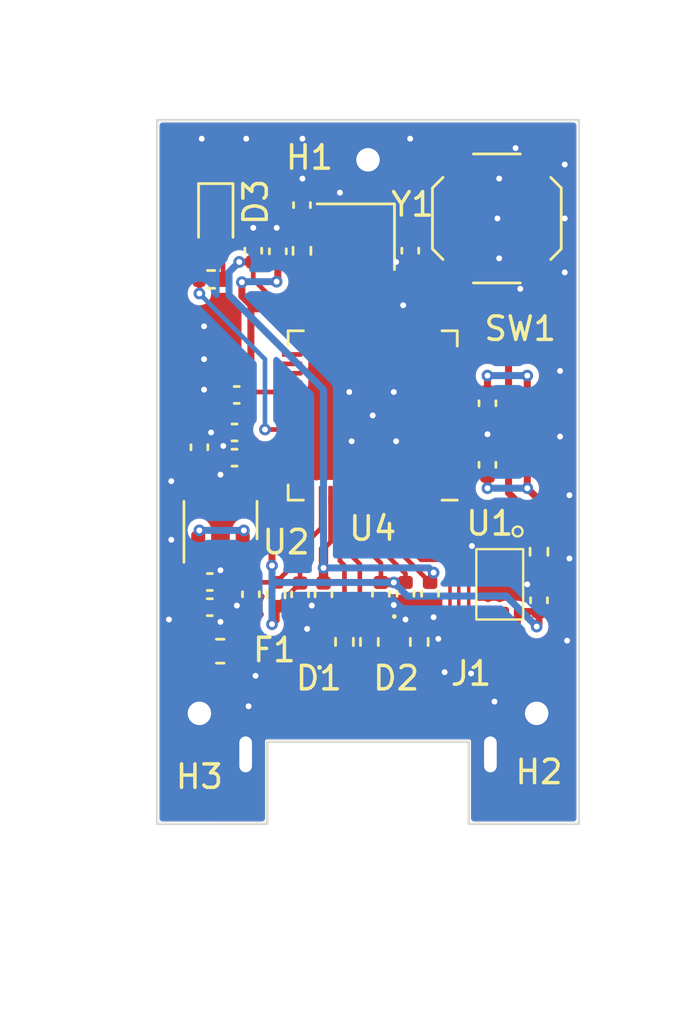
<source format=kicad_pcb>
(kicad_pcb (version 20221018) (generator pcbnew)
  (layers (0 "F.Cu" signal) (31 "B.Cu" signal) (34 "B.Paste" user) (35 "F.Paste" user) (36 "B.SilkS" user "B.Silkscreen") (37 "F.SilkS" user "F.Silkscreen") (38 "B.Mask" user) (39 "F.Mask" user) (44 "Edge.Cuts" user))
  (net 0 "")
  (net 1 "/+3.3V")
  (net 2 "GND")
  (net 5 "/+5V_USB")
  (net 6 "/D-")
  (net 7 "/D+")
  (net 8 "Net-(J1-A5-CC1)")
  (net 11 "/XIN")
  (net 12 "/XOUT")
  (net 13 "/DM")
  (net 14 "/DP")
  (net 15 "/QSPI_SD3")
  (net 16 "/+1.1V")
  (net 17 "Net-(C16-Pad1)")
  (net 18 "/QSPI_SCLK")
  (net 19 "/QSPI_SD0")
  (net 20 "/+5V_VIN")
  (net 21 "/3V_NR")
  (net 22 "/QSPI_SD2")
  (net 23 "/QSPI_SD1")
  (net 24 "/QSPI_SS_N")
  (net 25 "/ADC_VREF")
  (net 26 "Net-(D3-A)")
  (net 53 "/GPIO25")
  (net 58 "Net-(R6-Pad2)")
  (footprint "USON8:USON8-2x3mm-EP0.2x1.6mm" (layer "F.Cu") (at 105.625 104.8 -90)
    (fp_text reference "U1")
    (fp_text value "W25Q16JVUXIQ")
  )
  (footprint "TinyMountingHole:MountingHole-M1" (layer "F.Cu") (at 92.8 110.3)
    (fp_text reference "H3")
    (fp_text value "MountingHole_Pad")
  )
  (footprint "Package_DFN_QFN:QFN-56-1EP_7x7mm_P0.4mm_EP3.2x3.2mm" (layer "F.Cu") (at 100.2 97.6 180)
    (fp_text reference "U4")
    (fp_text value "RP2040")
  )
  (footprint "Capacitor_SMD:C_0402_1005Metric" (layer "F.Cu") (at 97.18 88.63 90)
    (fp_text reference "C16" hide)
    (fp_text value "C_0402_15pF_50V_C0G")
  )
  (footprint "Capacitor_SMD:C_0402_1005Metric" (layer "F.Cu") (at 94.3 98.325 180)
    (fp_text reference "C14" hide)
    (fp_text value "C_0402_100nF_16V_X7R")
  )
  (footprint "Diode_SMD:D_0402_1005Metric" (layer "F.Cu") (at 101.1226 107.26 -90)
    (fp_text reference "D2")
    (fp_text value "PESD0402-140 ")
  )
  (footprint "Capacitor_SMD:C_0402_1005Metric" (layer "F.Cu") (at 93.245 105.775)
    (fp_text reference "C2" hide)
    (fp_text value "C_0402_2.2uF_10V_X5R")
  )
  (footprint "TinyMountingHole:MountingHole-M1" (layer "F.Cu") (at 100 86.7)
    (fp_text reference "H1")
    (fp_text value "MountingHole_Pad")
  )
  (footprint "Resistor_SMD:R_0402_1005Metric" (layer "F.Cu") (at 102.187 107.255 90)
    (fp_text reference "R1" hide)
    (fp_text value "R_0402_5.1K_5%")
  )
  (footprint "Capacitor_SMD:C_0402_1005Metric" (layer "F.Cu") (at 93.245 104.7)
    (fp_text reference "C1" hide)
    (fp_text value "C_0402_2.2uF_10V_X5R")
  )
  (footprint "Capacitor_SMD:C_0402_1005Metric" (layer "F.Cu") (at 96.15 90.6 90)
    (fp_text reference "C15" hide)
    (fp_text value "C_0402_100nF_16V_X7R")
  )
  (footprint "SW_PUSH_1P1P_XKB_TS-1187A_W3D:SW_Push_1P1T_XKB_TS-1187A" (layer "F.Cu") (at 105.5 89.2 90)
    (fp_text reference "SW1")
    (fp_text value "TS-1187A-C-H-B")
  )
  (footprint "Resistor_SMD:R_0402_1005Metric" (layer "F.Cu") (at 96.075 105.225 -90)
    (fp_text reference "R4" hide)
    (fp_text value "R_0402_200_5%")
  )
  (footprint "Fuse:Fuse_0603_1608Metric" (layer "F.Cu") (at 93.6875 107.65 180)
    (fp_text reference "F1")
    (fp_text value "BSMD0603-020-16V")
  )
  (footprint "Capacitor_SMD:C_0402_1005Metric" (layer "F.Cu") (at 101.805 90.575 -90)
    (fp_text reference "C13" hide)
    (fp_text value "C_0402_15pF_50V_C0G")
  )
  (footprint "Capacitor_SMD:C_0402_1005Metric" (layer "F.Cu") (at 95.1 90.575 -90)
    (fp_text reference "C7" hide)
    (fp_text value "C_0402_22nF_50V_X7R")
  )
  (footprint "Resistor_SMD:R_0402_1005Metric" (layer "F.Cu") (at 107.3 103.41 90)
    (fp_text reference "R6" hide)
    (fp_text value "R_0402_1K_5%")
  )
  (footprint "Resistor_SMD:R_0402_1005Metric" (layer "F.Cu") (at 97.18 90.58 90)
    (fp_text reference "R5" hide)
    (fp_text value "R_0402_1K_5%")
  )
  (footprint "GT-USB-8016A:GT-USB-8016A" (layer "F.Cu") (at 100 110.19)
    (fp_text reference "J1")
    (fp_text value "GT-USB-8016A")
  )
  (footprint "Package_TO_SOT_SMD:SOT-23-5" (layer "F.Cu") (at 93.7 102.0625 90)
    (fp_text reference "U2")
    (fp_text value "RT9013-33GB")
  )
  (footprint "Capacitor_SMD:C_0402_1005Metric" (layer "F.Cu") (at 105.1 97.08 90)
    (fp_text reference "C8" hide)
    (fp_text value "C_0402_100nF_16V_X7R")
  )
  (footprint "Capacitor_SMD:C_0402_1005Metric" (layer "F.Cu") (at 98.1 105.225 90)
    (fp_text reference "C6" hide)
    (fp_text value "C_0402_2.2uF_10V_X5R")
  )
  (footprint "Capacitor_SMD:C_0402_1005Metric" (layer "F.Cu") (at 97.1 105.225 -90)
    (fp_text reference "C10" hide)
    (fp_text value "C_0402_2.2uF_10V_X5R")
  )
  (footprint "Resistor_SMD:R_0402_1005Metric" (layer "F.Cu") (at 98.9938 107.255 90)
    (fp_text reference "R3" hide)
    (fp_text value "R_0402_27_5%")
  )
  (footprint "Capacitor_SMD:C_0402_1005Metric" (layer "F.Cu") (at 95 105.225 -90)
    (fp_text reference "C9" hide)
    (fp_text value "C_0402_2.2uF_10V_X5R")
  )
  (footprint "TinyMountingHole:MountingHole-M1" (layer "F.Cu") (at 107.2 110.3)
    (fp_text reference "H2")
    (fp_text value "MountingHole_Pad")
  )
  (footprint "Capacitor_SMD:C_0402_1005Metric" (layer "F.Cu") (at 107.3 105.48 -90)
    (fp_text reference "C3" hide)
    (fp_text value "C_0402_1uF_10V_X7R")
  )
  (footprint "Capacitor_SMD:C_0402_1005Metric" (layer "F.Cu") (at 94.3 99.4 180)
    (fp_text reference "C4" hide)
    (fp_text value "C_0402_100nF_16V_X7R")
  )
  (footprint "Capacitor_SMD:C_0402_1005Metric" (layer "F.Cu") (at 94.395 96.725 180)
    (fp_text reference "C12" hide)
    (fp_text value "C_0402_100nF_16V_X7R")
  )
  (footprint "Capacitor_SMD:C_0402_1005Metric" (layer "F.Cu") (at 105.1 99.705 90)
    (fp_text reference "C11" hide)
    (fp_text value "C_0402_100nF_16V_X7R")
  )
  (footprint "Crystal:Crystal_SMD_2520-4Pin_2.5x2.0mm" (layer "F.Cu") (at 99.48 89.98 180)
    (fp_text reference "Y1")
    (fp_text value "X322512MMB4SI")
  )
  (footprint "Resistor_SMD:R_0402_1005Metric" (layer "F.Cu") (at 100.0582 107.255 90)
    (fp_text reference "R2" hide)
    (fp_text value "R_0402_27_5%")
  )
  (footprint "Capacitor_SMD:C_0402_1005Metric" (layer "F.Cu") (at 102.65 105.2 -90)
    (fp_text reference "C17" hide)
    (fp_text value "C_0402_22nF_50V_X7R")
  )
  (footprint "Capacitor_SMD:C_0402_1005Metric" (layer "F.Cu") (at 92.8 98.955 90)
    (fp_text reference "C5" hide)
    (fp_text value "C_0402_2.2uF_10V_X5R")
  )
  (footprint "Capacitor_SMD:C_0402_1005Metric" (layer "F.Cu") (at 101.6 105.2 -90)
    (fp_text reference "C18" hide)
    (fp_text value "C_0402_100nF_16V_X7R")
  )
  (footprint "Diode_SMD:D_0402_1005Metric" (layer "F.Cu") (at 97.9294 107.255 90)
    (fp_text reference "D1")
    (fp_text value "PESD0402-140 ")
  )
  (footprint "LED_SMD:LED_0603_1608Metric" (layer "F.Cu") (at 93.5 89.2 -90)
    (fp_text reference "D3")
    (fp_text value "NCD0603G1")
  )
  (footprint "Resistor_SMD:R_0402_1005Metric" (layer "F.Cu") (at 93.3 91.8)
    (fp_text reference "R7" hide)
    (fp_text value "R_0402_470_5%")
  )
  (footprint "Capacitor_SMD:C_0402_1005Metric" (layer "F.Cu") (at 100.55 105.2 90)
    (fp_text reference "C19" hide)
    (fp_text value "C_0402_2.2uF_10V_X5R")
  )
  (gr_line locked (start 104.3 111.51) (end 104.3 115.01) (stroke (width 0.1)) (layer "Edge.Cuts"))
  (gr_line locked (start 91 115.01) (end 91 85.01) (stroke (width 0.1)) (layer "Edge.Cuts"))
  (gr_line locked (start 91 85.01) (end 109 85.01) (stroke (width 0.1)) (layer "Edge.Cuts"))
  (gr_line locked (start 109 115.01) (end 104.3 115.01) (stroke (width 0.1)) (layer "Edge.Cuts"))
  (gr_line locked (start 91 115.01) (end 95.7 115.01) (stroke (width 0.1)) (layer "Edge.Cuts"))
  (gr_line locked (start 109 85.01) (end 109 115.01) (stroke (width 0.1)) (layer "Edge.Cuts"))
  (gr_line locked (start 95.7 111.51) (end 104.3 111.51) (stroke (width 0.1)) (layer "Edge.Cuts"))
  (gr_line locked (start 95.7 115.01) (end 95.7 111.51) (stroke (width 0.1)) (layer "Edge.Cuts"))
  (segment (start 98.1 93.1) (end 95.2 93.1) (width 0.2) (layer "F.Cu") (net 1))
  (segment (start 94.614513 92.514513) (end 95 92.9) (width 0.3) (layer "F.Cu") (net 1))
  (segment (start 107.3 106.5) (end 107.2 106.6) (width 0.3) (layer "F.Cu") (net 1))
  (segment (start 103.6375 100.2) (end 105.085 100.2) (width 0.2) (layer "F.Cu") (net 1))
  (segment (start 99.6 101.0375) (end 99.6 102.95) (width 0.2) (layer "F.Cu") (net 1))
  (segment (start 96.7625 100.2) (end 96 100.2) (width 0.2) (layer "F.Cu") (net 1))
  (segment (start 100 101.0375) (end 100 102.75) (width 0.2) (layer "F.Cu") (net 1))
  (segment (start 94.8 98.4) (end 94.865 98.335) (width 0.3) (layer "F.Cu") (net 1))
  (segment (start 100.55 103.9) (end 100.55 104.72) (width 0.2) (layer "F.Cu") (net 1))
  (segment (start 107.74 105.96) (end 107.92 105.78) (width 0.3) (layer "F.Cu") (net 1))
  (segment (start 96.075 105.735) (end 96.075 106.325) (width 0.3) (layer "F.Cu") (net 1))
  (segment (start 98.9 92.2) (end 97.27 92.2) (width 0.2) (layer "F.Cu") (net 1))
  (segment (start 94.875 97.325) (end 94.875 96.725) (width 0.3) (layer "F.Cu") (net 1))
  (segment (start 101.6 104.35) (end 101.6 104.72) (width 0.2) (layer "F.Cu") (net 1))
  (segment (start 106.8 100.7) (end 106.8 95.9) (width 0.3) (layer "F.Cu") (net 1))
  (segment (start 92.335 99.435) (end 92.075 99.175) (width 0.3) (layer "F.Cu") (net 1))
  (segment (start 98 101.0375) (end 98 102.4) (width 0.2) (layer "F.Cu") (net 1))
  (segment (start 96.075 105.735) (end 96.11 105.735) (width 0.2) (layer "F.Cu") (net 1))
  (segment (start 95.2 93.1) (end 95 92.9) (width 0.2) (layer "F.Cu") (net 1))
  (segment (start 92.375 97.475) (end 94.725 97.475) (width 0.3) (layer "F.Cu") (net 1))
  (segment (start 100 94.1625) (end 100 93.3) (width 0.2) (layer "F.Cu") (net 1))
  (segment (start 96.11 105.735) (end 97.1 104.745) (width 0.2) (layer "F.Cu") (net 1))
  (segment (start 107.3 105.96) (end 106.615 105.96) (width 0.3) (layer "F.Cu") (net 1))
  (segment (start 96.075 106.325) (end 95.9 106.5) (width 0.3) (layer "F.Cu") (net 1))
  (segment (start 107.92 105.78) (end 107.92 101.82) (width 0.3) (layer "F.Cu") (net 1))
  (segment (start 95.5 99.7) (end 95.75 99.95) (width 0.3) (layer "F.Cu") (net 1))
  (segment (start 95.5 102.1) (end 95.9 102.5) (width 0.3) (layer "F.Cu") (net 1))
  (segment (start 105.1 100.185) (end 105.1 100.7) (width 0.3) (layer "F.Cu") (net 1))
  (segment (start 99.6 102.95) (end 100.55 103.9) (width 0.2) (layer "F.Cu") (net 1))
  (segment (start 92.8 99.435) (end 92.335 99.435) (width 0.3) (layer "F.Cu") (net 1))
  (segment (start 98.4 94.1625) (end 98.4 93.4) (width 0.2) (layer "F.Cu") (net 1))
  (segment (start 92.075 99.175) (end 92.075 97.775) (width 0.3) (layer "F.Cu") (net 1))
  (segment (start 98.4 93.4) (end 98.1 93.1) (width 0.2) (layer "F.Cu") (net 1))
  (segment (start 92.75 100.925) (end 92.75 99.485) (width 0.3) (layer "F.Cu") (net 1))
  (segment (start 95 96.6) (end 95 92.9) (width 0.3) (layer "F.Cu") (net 1))
  (segment (start 107.92 101.82) (end 106.8 100.7) (width 0.3) (layer "F.Cu") (net 1))
  (segment (start 105.1 96.6) (end 105.1 95.9) (width 0.3) (layer "F.Cu") (net 1))
  (segment (start 106.615 105.96) (end 106.375 106.2) (width 0.3) (layer "F.Cu") (net 1))
  (segment (start 92.075 97.775) (end 92.375 97.475) (width 0.3) (layer "F.Cu") (net 1))
  (segment (start 96 100.2) (end 95.75 99.95) (width 0.2) (layer "F.Cu") (net 1))
  (segment (start 98 102.4) (end 97.1 103.3) (width 0.2) (layer "F.Cu") (net 1))
  (segment (start 96.7625 96.6) (end 95 96.6) (width 0.2) (layer "F.Cu") (net 1))
  (segment (start 92.75 99.485) (end 92.8 99.435) (width 0.3) (layer "F.Cu") (net 1))
  (segment (start 95 96.6) (end 94.875 96.725) (width 0.2) (layer "F.Cu") (net 1))
  (segment (start 94.78 98.325) (end 94.825 98.325) (width 0.3) (layer "F.Cu") (net 1))
  (segment (start 94.725 97.475) (end 94.865 97.615) (width 0.3) (layer "F.Cu") (net 1))
  (segment (start 94.614513 91.917488) (end 94.614513 92.514513) (width 0.3) (layer "F.Cu") (net 1))
  (segment (start 105.085 100.2) (end 105.1 100.185) (width 0.2) (layer "F.Cu") (net 1))
  (segment (start 100 93.3) (end 98.9 92.2) (width 0.2) (layer "F.Cu") (net 1))
  (segment (start 101.6 104.72) (end 100.55 104.72) (width 0.4) (layer "F.Cu") (net 1))
  (segment (start 103.6375 96.6) (end 105.1 96.6) (width 0.2) (layer "F.Cu") (net 1))
  (segment (start 95.5 99) (end 95.5 99.5) (width 0.3) (layer "F.Cu") (net 1))
  (segment (start 107.3 105.96) (end 107.3 106.5) (width 0.3) (layer "F.Cu") (net 1))
  (segment (start 94.865 98.335) (end 94.865 97.615) (width 0.3) (layer "F.Cu") (net 1))
  (segment (start 94.78 98.38) (end 94.8 98.4) (width 0.3) (layer "F.Cu") (net 1))
  (segment (start 95.9 102.5) (end 95.9 104) (width 0.3) (layer "F.Cu") (net 1))
  (segment (start 100 102.75) (end 101.6 104.35) (width 0.2) (layer "F.Cu") (net 1))
  (segment (start 97.27 92.2) (end 96.15 91.08) (width 0.2) (layer "F.Cu") (net 1))
  (segment (start 97.1 103.3) (end 97.1 104.745) (width 0.2) (layer "F.Cu") (net 1))
  (segment (start 107.3 105.96) (end 107.74 105.96) (width 0.3) (layer "F.Cu") (net 1))
  (segment (start 95.5 99.5) (end 95.5 99.7) (width 0.3) (layer "F.Cu") (net 1))
  (segment (start 94.725 97.475) (end 94.875 97.325) (width 0.3) (layer "F.Cu") (net 1))
  (segment (start 94.825 98.325) (end 95.5 99) (width 0.3) (layer "F.Cu") (net 1))
  (segment (start 94.78 98.325) (end 94.78 98.38) (width 0.3) (layer "F.Cu") (net 1))
  (segment (start 96.15 91.08) (end 96.15 91.8436) (width 0.3) (layer "F.Cu") (net 1))
  (segment (start 95.5 99.5) (end 95.5 102.1) (width 0.3) (layer "F.Cu") (net 1))
  (segment (start 96.15 91.8436) (end 96.0968 91.8968) (width 0.3) (layer "F.Cu") (net 1))
  (via (at 107.2 106.6) (size 0.5) (drill 0.25) (layers "F.Cu" "B.Cu") (net 1))
  (via (at 105.1 100.7) (size 0.5) (drill 0.25) (layers "F.Cu" "B.Cu") (net 1))
  (via (at 96.0968 91.8968) (size 0.5) (drill 0.25) (layers "F.Cu" "B.Cu") (net 1))
  (via (at 106.8 95.9) (size 0.5) (drill 0.25) (layers "F.Cu" "B.Cu") (net 1))
  (via (at 95.9 104) (size 0.5) (drill 0.25) (layers "F.Cu" "B.Cu") (net 1))
  (via (at 101.1 104.72) (size 0.5) (drill 0.25) (layers "F.Cu" "B.Cu") (net 1))
  (via (at 95.9 106.5) (size 0.5) (drill 0.25) (layers "F.Cu" "B.Cu") (net 1))
  (via (at 94.614513 91.917488) (size 0.5) (drill 0.25) (layers "F.Cu" "B.Cu") (net 1))
  (via (at 106.8 100.7) (size 0.5) (drill 0.25) (layers "F.Cu" "B.Cu") (net 1))
  (via (at 105.1 95.9) (size 0.5) (drill 0.25) (layers "F.Cu" "B.Cu") (net 1))
  (segment (start 105.9 105.3) (end 107.2 106.6) (width 0.3) (layer "B.Cu") (net 1))
  (segment (start 106.8 95.9) (end 105.1 95.9) (width 0.3) (layer "B.Cu") (net 1))
  (segment (start 101.68 105.3) (end 105.9 105.3) (width 0.3) (layer "B.Cu") (net 1))
  (segment (start 101.1 104.72) (end 101.68 105.3) (width 0.3) (layer "B.Cu") (net 1))
  (segment (start 101.1 104.72) (end 95.98 104.72) (width 0.3) (layer "B.Cu") (net 1))
  (segment (start 94.635201 91.8968) (end 96.0968 91.8968) (width 0.3) (layer "B.Cu") (net 1))
  (segment (start 95.9 104) (end 95.9 104.8) (width 0.3) (layer "B.Cu") (net 1))
  (segment (start 106.8 100.7) (end 105.1 100.7) (width 0.3) (layer "B.Cu") (net 1))
  (segment (start 95.98 104.72) (end 95.9 104.8) (width 0.3) (layer "B.Cu") (net 1))
  (segment (start 96.1 91.9) (end 96.0968 91.8968) (width 0.3) (layer "B.Cu") (net 1))
  (segment (start 94.614513 91.917488) (end 94.635201 91.8968) (width 0.3) (layer "B.Cu") (net 1))
  (segment (start 95.9 104.8) (end 95.9 106.5) (width 0.3) (layer "B.Cu") (net 1))
  (segment (start 102.187 106.745) (end 101.725 106.745) (width 0.4) (layer "F.Cu") (net 2))
  (segment (start 95 105.705) (end 93.795 105.705) (width 0.3) (layer "F.Cu") (net 2))
  (segment (start 93.7 106.4) (end 93.725 106.375) (width 0.3) (layer "F.Cu") (net 2))
  (segment (start 105.225 110.95) (end 105.225 112.05) (width 0.6) (layer "F.Cu") (net 2))
  (segment (start 95.1 90.095) (end 95.1 89.6) (width 0.3) (layer "F.Cu") (net 2))
  (segment (start 100.73 91.055) (end 100.355 90.68) (width 0.3) (layer "F.Cu") (net 2))
  (segment (start 105.6 104.8) (end 105.625 104.8) (width 0.3) (layer "F.Cu") (net 2))
  (segment (start 93.82 98.325) (end 92.95 98.325) (width 0.3) (layer "F.Cu") (net 2))
  (segment (start 103 108.275) (end 103 107.125) (width 0.4) (layer "F.Cu") (net 2))
  (segment (start 107.375 86.2) (end 107.375 92.2) (width 0.6) (layer "F.Cu") (net 2))
  (segment (start 104.671046 103.4) (end 104.435523 103.164477) (width 0.3) (layer "F.Cu") (net 2))
  (segment (start 103.27 110.19) (end 103.27 108.545) (width 0.4) (layer "F.Cu") (net 2))
  (segment (start 101.6 105.68) (end 101.6 106.62) (width 0.4) (layer "F.Cu") (net 2))
  (segment (start 104.465 110.19) (end 105.225 110.95) (width 0.6) (layer "F.Cu") (net 2))
  (segment (start 98.1 105.705) (end 97.1 105.705) (width 0.4) (layer "F.Cu") (net 2))
  (segment (start 107.4 86.2) (end 106.3 86.2) (width 0.6) (layer "F.Cu") (net 2))
  (segment (start 95.9 110.19) (end 95.09 110.19) (width 0.3) (layer "F.Cu") (net 2))
  (segment (start 102.65 105.68) (end 102.65 106.05) (width 0.3) (layer "F.Cu") (net 2))
  (segment (start 104.18 108.82) (end 104.4 108.6) (width 0.3) (layer "F.Cu") (net 2))
  (segment (start 93.7 104.675) (end 93.725 104.7) (width 0.3) (layer "F.Cu") (net 2))
  (segment (start 102.62 106.745) (end 102.187 106.745) (width 0.4) (layer "F.Cu") (net 2))
  (segment (start 95.125 90.12) (end 95.1 90.095) (width 0.3) (layer "F.Cu") (net 2))
  (segment (start 95.9 110.19) (end 95.9 109.4) (width 0.3) (layer "F.Cu") (net 2))
  (segment (start 101.2 94.1625) (end 101.2 96.6) (width 0.2) (layer "F.Cu") (net 2))
  (segment (start 104.18 110.19) (end 105.01 110.19) (width 0.3) (layer "F.Cu") (net 2))
  (segment (start 96.15 90.12) (end 96.15 89.65) (width 0.3) (layer "F.Cu") (net 2))
  (segment (start 95.9 109.4) (end 95.2 108.7) (width 0.3) (layer "F.Cu") (net 2))
  (segment (start 97.18 87.52) (end 97.2 87.5) (width 0.3) (layer "F.Cu") (net 2))
  (segment (start 104.875 103.4) (end 104.875 104.075) (width 0.3) (layer "F.Cu") (net 2))
  (segment (start 93.82 100.005) (end 93.82 99.4) (width 0.3) (layer "F.Cu") (net 2))
  (segment (start 101.2 93.2) (end 101.5 92.9) (width 0.2) (layer "F.Cu") (net 2))
  (segment (start 97.18 88.15) (end 97.18 87.52) (width 0.3) (layer "F.Cu") (net 2))
  (segment (start 97.18 88.15) (end 98.05 88.15) (width 0.2) (layer "F.Cu") (net 2))
  (segment (start 107.4 92.2) (end 106.5 92.2) (width 0.6) (layer "F.Cu") (net 2))
  (segment (start 105.01 110.19) (end 105.4 109.8) (width 0.3) (layer "F.Cu") (net 2))
  (segment (start 94.775 112.05) (end 94.775 111.315) (width 0.4) (layer "F.Cu") (net 2))
  (segment (start 93.795 105.705) (end 93.725 105.775) (width 0.3) (layer "F.Cu") (net 2))
  (segment (start 93.7 103.2) (end 93.7 100.125) (width 0.3) (layer "F.Cu") (net 2))
  (segment (start 93.725 104.7) (end 93.725 105.775) (width 0.3) (layer "F.Cu") (net 2))
  (segment (start 93.915 96.725) (end 93.225 96.725) (width 0.4) (layer "F.Cu") (net 2))
  (segment (start 93.225 96.725) (end 93 96.5) (width 0.4) (layer "F.Cu") (net 2))
  (segment (start 103 107.125) (end 102.62 106.745) (width 0.4) (layer "F.Cu") (net 2))
  (segment (start 102.65 106.05) (end 102.8 106.2) (width 0.3) (layer "F.Cu") (net 2))
  (segment (start 93.725 106.375) (end 93.725 105.775) (width 0.3) (layer "F.Cu") (net 2))
  (segment (start 104.875 103.4) (end 104.671046 103.4) (width 0.3) (layer "F.Cu") (net 2))
  (segment (start 93.7 103.2) (end 93.7 104.675) (width 0.3) (layer "F.Cu") (net 2))
  (segment (start 97.9294 105.8756) (end 98.1 105.705) (width 0.4) (layer "F.Cu") (net 2))
  (segment (start 97.9294 106.77) (end 97.47 106.77) (width 0.3) (layer "F.Cu") (net 2))
  (segment (start 103.27 108.545) (end 103 108.275) (width 0.4) (layer "F.Cu") (net 2))
  (segment (start 98.05 88.15) (end 98.605 88.705) (width 0.2) (layer "F.Cu") (net 2))
  (segment (start 93.82 98.325) (end 93.843866 98.325) (width 0.3) (layer "F.Cu") (net 2))
  (segment (start 101.2 94.1625) (end 101.2 93.2) (width 0.2) (layer "F.Cu") (net 2))
  (segment (start 104.18 110.19) (end 104.18 108.82) (width 0.3) (layer "F.Cu") (net 2))
  (segment (start 96.15 89.65) (end 96.1 89.6) (width 0.3) (layer "F.Cu") (net 2))
  (segment (start 95.09 110.19) (end 94.9 110) (width 0.3) (layer "F.Cu") (net 2))
  (segment (start 104.875 104.075) (end 105.6 104.8) (width 0.3) (layer "F.Cu") (net 2))
  (segment (start 101.805 91.055) (end 100.73 91.055) (width 0.3) (layer "F.Cu") (net 2))
  (segment (start 104.18 110.19) (end 104.465 110.19) (width 0.4) (layer "F.Cu") (net 2))
  (segment (start 94.775 111.315) (end 95.9 110.19) (width 0.6) (layer "F.Cu") (net 2))
  (segment (start 104.18 110.19) (end 103.27 110.19) (width 0.4) (layer "F.Cu") (net 2))
  (segment (start 98.605 88.705) (end 98.605 89.28) (width 0.2) (layer "F.Cu") (net 2))
  (segment (start 96.15 90.12) (end 95.125 90.12) (width 0.3) (layer "F.Cu") (net 2))
  (segment (start 105.1 97.56) (end 105.1 99.225) (width 0.3) (layer "F.Cu") (net 2))
  (segment (start 93.7 100.125) (end 93.82 100.005) (width 0.3) (layer "F.Cu") (net 2))
  (segment (start 97.47 106.77) (end 97.4 106.7) (width 0.3) (layer "F.Cu") (net 2))
  (segment (start 101.6 106.62) (end 101.725 106.745) (width 0.4) (layer "F.Cu") (net 2))
  (segment (start 105.625 104.8) (end 107.1 104.8) (width 0.3) (layer "F.Cu") (net 2))
  (segment (start 98.605 88.295) (end 98.8 88.1) (width 0.3) (layer "F.Cu") (net 2))
  (segment (start 101.725 106.745) (end 101.1526 106.745) (width 0.4) (layer "F.Cu") (net 2))
  (segment (start 101.2 96.6) (end 100.2 97.6) (width 0.2) (layer "F.Cu") (net 2))
  (segment (start 97.9294 106.77) (end 97.9294 105.8756) (width 0.4) (layer "F.Cu") (net 2))
  (segment (start 107.1 104.8) (end 107.3 105) (width 0.3) (layer "F.Cu") (net 2))
  (segment (start 102.65 105.68) (end 100.55 105.68) (width 0.4) (layer "F.Cu") (net 2))
  (segment (start 101.805 91.055) (end 101.67 91.055) (width 0.2) (layer "F.Cu") (net 2))
  (segment (start 101.1526 106.745) (end 101.1226 106.775) (width 0.4) (layer "F.Cu") (net 2))
  (segment (start 92.95 98.325) (end 92.8 98.475) (width 0.3) (layer "F.Cu") (net 2))
  (segment (start 93.82 99.4) (end 93.82 98.325) (width 0.3) (layer "F.Cu") (net 2))
  (segment (start 98.605 89.28) (end 98.605 88.295) (width 0.3) (layer "F.Cu") (net 2))
  (via (at 101.5 92.9) (size 0.5) (drill 0.25) (layers "F.Cu" "B.Cu") (net 2))
  (via (at 97.2 85.8) (size 0.5) (drill 0.25) (layers "F.Cu" "B.Cu") (net 2))
  (via (at 93.3 98.325) (size 0.5) (drill 0.25) (layers "F.Cu" "B.Cu") (net 2))
  (via (at 98.8 88.1) (size 0.5) (drill 0.25) (layers "F.Cu" "B.Cu") (net 2))
  (via (at 104.435523 103.164477) (size 0.5) (drill 0.25) (layers "F.Cu" "B.Cu") (net 2))
  (via (at 102.8 106.2) (size 0.5) (drill 0.25) (layers "F.Cu" "B.Cu") (net 2))
  (via (at 93 96.5) (size 0.5) (drill 0.25) (layers "F.Cu" "B.Cu") (net 2))
  (via (at 94.9 110) (size 0.5) (drill 0.25) (layers "F.Cu" "B.Cu") (net 2))
  (via (at 108.2 98.5) (size 0.5) (drill 0.25) (layers "F.Cu" "B.Cu") (net 2))
  (via (at 93.7 106.4) (size 0.5) (drill 0.25) (layers "F.Cu" "B.Cu") (net 2))
  (via (at 105.6 87.5) (size 0.5) (drill 0.25) (layers "F.Cu" "B.Cu") (net 2))
  (via (at 108.5 107.2) (size 0.5) (drill 0.25) (layers "F.Cu" "B.Cu") (net 2))
  (via (at 105.525 89.2) (size 0.5) (drill 0.25) (layers "F.Cu" "B.Cu") (net 2))
  (via (at 106.3 86.2) (size 0.5) (drill 0.25) (layers "F.Cu" "B.Cu") (net 2))
  (via (at 101.1 96.6) (size 0.5) (drill 0.25) (layers "F.Cu" "B.Cu") (net 2))
  (via (at 101.2 91.055) (size 0.5) (drill 0.25) (layers "F.Cu" "B.Cu") (net 2))
  (via (at 95.2 108.7) (size 0.5) (drill 0.25) (layers "F.Cu" "B.Cu") (net 2))
  (via (at 94.4 105.705) (size 0.5) (drill 0.25) (layers "F.Cu" "B.Cu") (net 2))
  (via (at 101.6 106.3) (size 0.5) (drill 0.25) (layers "F.Cu" "B.Cu") (net 2))
  (via (at 101.2 98.7) (size 0.5) (drill 0.25) (layers "F.Cu" "B.Cu") (net 2))
  (via (at 99.3 98.7) (size 0.5) (drill 0.25) (layers "F.Cu" "B.Cu") (net 2))
  (via (at 103 107.125) (size 0.5) (drill 0.25) (layers "F.Cu" "B.Cu") (net 2))
  (via (at 108.6 101) (size 0.5) (drill 0.25) (layers "F.Cu" "B.Cu") (net 2))
  (via (at 104.4 108.6) (size 0.5) (drill 0.25) (layers "F.Cu" "B.Cu") (net 2))
  (via (at 91.6 102.9) (size 0.5) (drill 0.25) (layers "F.Cu" "B.Cu") (net 2))
  (via (at 108.4 86.9) (size 0.5) (drill 0.25) (layers "F.Cu" "B.Cu") (net 2))
  (via (at 101.1 105.68) (size 0.5) (drill 0.25) (layers "F.Cu" "B.Cu") (net 2))
  (via (at 91.6 100.4) (size 0.5) (drill 0.25) (layers "F.Cu" "B.Cu") (net 2))
  (via (at 99.2 96.6) (size 0.5) (drill 0.25) (layers "F.Cu" "B.Cu") (net 2))
  (via (at 91.5 106.3) (size 0.5) (drill 0.25) (layers "F.Cu" "B.Cu") (net 2))
  (via (at 93.7 100.125) (size 0.5) (drill 0.25) (layers "F.Cu" "B.Cu") (net 2))
  (via (at 105.4 109.8) (size 0.5) (drill 0.25) (layers "F.Cu" "B.Cu") (net 2))
  (via (at 93.7 104.2) (size 0.5) (drill 0.25) (layers "F.Cu" "B.Cu") (net 2))
  (via (at 93.82 98.9) (size 0.5) (drill 0.25) (layers "F.Cu" "B.Cu") (net 2))
  (via (at 100.2 97.6) (size 0.5) (drill 0.25) (layers "F.Cu" "B.Cu") (net 2))
  (via (at 105.6 90.9) (size 0.5) (drill 0.25) (layers "F.Cu" "B.Cu") (net 2))
  (via (at 97.4 106.7) (size 0.5) (drill 0.25) (layers "F.Cu" "B.Cu") (net 2))
  (via (at 108.2 95.7) (size 0.5) (drill 0.25) (layers "F.Cu" "B.Cu") (net 2))
  (via (at 103.27 108.545) (size 0.5) (drill 0.25) (layers "F.Cu" "B.Cu") (net 2))
  (via (at 97.6 105.705) (size 0.5) (drill 0.25) (layers "F.Cu" "B.Cu") (net 2))
  (via (at 101.8 85.8) (size 0.5) (drill 0.25) (layers "F.Cu" "B.Cu") (net 2))
  (via (at 97.2 87.5) (size 0.5) (drill 0.25) (layers "F.Cu" "B.Cu") (net 2))
  (via (at 106.8 104.8) (size 0.5) (drill 0.25) (layers "F.Cu" "B.Cu") (net 2))
  (via (at 108.6 103.7) (size 0.5) (drill 0.25) (layers "F.Cu" "B.Cu") (net 2))
  (via (at 106.5 92.2) (size 0.5) (drill 0.25) (layers "F.Cu" "B.Cu") (net 2))
  (via (at 93 95.2) (size 0.5) (drill 0.25) (layers "F.Cu" "B.Cu") (net 2))
  (via (at 96.1 89.6) (size 0.5) (drill 0.25) (layers "F.Cu" "B.Cu") (net 2))
  (via (at 93 93.8) (size 0.5) (drill 0.25) (layers "F.Cu" "B.Cu") (net 2))
  (via (at 108.4 91.5) (size 0.5) (drill 0.25) (layers "F.Cu" "B.Cu") (net 2))
  (via (at 108.4 89.2) (size 0.5) (drill 0.25) (layers "F.Cu" "B.Cu") (net 2))
  (via (at 95.1 89.6) (size 0.5) (drill 0.25) (layers "F.Cu" "B.Cu") (net 2))
  (via (at 94.8 85.8) (size 0.5) (drill 0.25) (layers "F.Cu" "B.Cu") (net 2))
  (via (at 105.1 98.4) (size 0.5) (drill 0.25) (layers "F.Cu" "B.Cu") (net 2))
  (via (at 92.9 85.8) (size 0.5) (drill 0.25) (layers "F.Cu" "B.Cu") (net 2))
  (segment (start 96.175 108.6) (end 95.225 107.65) (width 0.3) (layer "F.Cu") (net 5))
  (segment (start 98.72 110.19) (end 98.72 109.38) (width 0.3) (layer "F.Cu") (net 5))
  (segment (start 98.72 109.38) (end 97.94 108.6) (width 0.3) (layer "F.Cu") (net 5))
  (segment (start 95.225 107.65) (end 94.475 107.65) (width 0.3) (layer "F.Cu") (net 5))
  (segment (start 97.94 108.6) (end 96.175 108.6) (width 0.3) (layer "F.Cu") (net 5))
  (segment (start 98.9688 107.74) (end 98.9938 107.765) (width 0.2) (layer "F.Cu") (net 6))
  (segment (start 99.37 110.19) (end 99.37 108.1412) (width 0.2) (layer "F.Cu") (net 6))
  (segment (start 97.9294 107.74) (end 98.9688 107.74) (width 0.2) (layer "F.Cu") (net 6))
  (segment (start 99.37 108.1412) (end 98.9938 107.765) (width 0.2) (layer "F.Cu") (net 6))
  (segment (start 100.02 110.19) (end 100.02 107.8032) (width 0.2) (layer "F.Cu") (net 7))
  (segment (start 101.1226 107.745) (end 100.0782 107.745) (width 0.2) (layer "F.Cu") (net 7))
  (segment (start 100.02 107.8032) (end 100.0582 107.765) (width 0.2) (layer "F.Cu") (net 7))
  (segment (start 100.0782 107.745) (end 100.0582 107.765) (width 0.2) (layer "F.Cu") (net 7))
  (segment (start 102.187 108.238) (end 102.187 107.765) (width 0.2) (layer "F.Cu") (net 8))
  (segment (start 101.8 108.625) (end 102.187 108.238) (width 0.2) (layer "F.Cu") (net 8))
  (segment (start 100.67 110.19) (end 100.67 109.205) (width 0.2) (layer "F.Cu") (net 8))
  (segment (start 100.67 109.205) (end 101.25 108.625) (width 0.2) (layer "F.Cu") (net 8))
  (segment (start 101.25 108.625) (end 101.8 108.625) (width 0.2) (layer "F.Cu") (net 8))
  (segment (start 99.5 89.85) (end 99.5 91.4) (width 0.2) (layer "F.Cu") (net 11))
  (segment (start 99.5 91.4) (end 100.8 92.7) (width 0.2) (layer "F.Cu") (net 11))
  (segment (start 100.355 89.28) (end 100.07 89.28) (width 0.2) (layer "F.Cu") (net 11))
  (segment (start 100.07 89.28) (end 99.5 89.85) (width 0.2) (layer "F.Cu") (net 11))
  (segment (start 100.99 89.28) (end 100.355 89.28) (width 0.2) (layer "F.Cu") (net 11))
  (segment (start 101.805 90.095) (end 100.99 89.28) (width 0.2) (layer "F.Cu") (net 11))
  (segment (start 100.8 92.7) (end 100.8 94.1625) (width 0.2) (layer "F.Cu") (net 11))
  (segment (start 99.2 91.8) (end 100.4 93) (width 0.2) (layer "F.Cu") (net 12))
  (segment (start 97.18 91.09) (end 97.18 91.255) (width 0.2) (layer "F.Cu") (net 12))
  (segment (start 97.725 91.8) (end 99.2 91.8) (width 0.2) (layer "F.Cu") (net 12))
  (segment (start 100.4 93) (end 100.4 94.1625) (width 0.2) (layer "F.Cu") (net 12))
  (segment (start 97.18 91.255) (end 97.725 91.8) (width 0.2) (layer "F.Cu") (net 12))
  (segment (start 98.9938 103.9938) (end 98.9938 106.745) (width 0.2) (layer "F.Cu") (net 13))
  (segment (start 98.8 103.8) (end 98.9938 103.9938) (width 0.2) (layer "F.Cu") (net 13))
  (segment (start 98.8 101.0375) (end 98.8 103.8) (width 0.2) (layer "F.Cu") (net 13))
  (segment (start 99.65 103.9375) (end 99.65 106.3368) (width 0.2) (layer "F.Cu") (net 14))
  (segment (start 99.2 101.0375) (end 99.2 103.4875) (width 0.2) (layer "F.Cu") (net 14))
  (segment (start 99.65 106.3368) (end 100.0582 106.745) (width 0.2) (layer "F.Cu") (net 14))
  (segment (start 99.2 103.4875) (end 99.65 103.9375) (width 0.2) (layer "F.Cu") (net 14))
  (segment (start 100.8 101.0375) (end 100.8 102.325) (width 0.15) (layer "F.Cu") (net 15))
  (segment (start 103.5 104.15) (end 103.5 106.724264) (width 0.15) (layer "F.Cu") (net 15))
  (segment (start 105.875 106.8) (end 105.875 106.2) (width 0.15) (layer "F.Cu") (net 15))
  (segment (start 103.5 106.724264) (end 104.175736 107.4) (width 0.15) (layer "F.Cu") (net 15))
  (segment (start 102.25 103.775) (end 103.125 103.775) (width 0.15) (layer "F.Cu") (net 15))
  (segment (start 103.125 103.775) (end 103.5 104.15) (width 0.15) (layer "F.Cu") (net 15))
  (segment (start 105.275 107.4) (end 105.875 106.8) (width 0.15) (layer "F.Cu") (net 15))
  (segment (start 100.8 102.325) (end 102.25 103.775) (width 0.15) (layer "F.Cu") (net 15))
  (segment (start 104.175736 107.4) (end 105.275 107.4) (width 0.15) (layer "F.Cu") (net 15))
  (segment (start 102.65 104.72) (end 102.65 104.45) (width 0.2) (layer "F.Cu") (net 16))
  (segment (start 98.7 92.7) (end 96 92.7) (width 0.2) (layer "F.Cu") (net 16))
  (segment (start 94.5 91.055) (end 95.1 91.055) (width 0.3) (layer "F.Cu") (net 16))
  (segment (start 100.4 101.0375) (end 100.4 102.47) (width 0.2) (layer "F.Cu") (net 16))
  (segment (start 99.6 94.1625) (end 99.6 93.6) (width 0.2) (layer "F.Cu") (net 16))
  (segment (start 98.4 103) (end 98.1 103.3) (width 0.2) (layer "F.Cu") (net 16))
  (segment (start 99.6 93.6) (end 98.7 92.7) (width 0.2) (layer "F.Cu") (net 16))
  (segment (start 102.65 104.45) (end 102.8 104.3) (width 0.2) (layer "F.Cu") (net 16))
  (segment (start 96 92.7) (end 95.1 91.8) (width 0.2) (layer "F.Cu") (net 16))
  (segment (start 98.1 103.3) (end 98.1 104.745) (width 0.4) (layer "F.Cu") (net 16))
  (segment (start 98.4 101.0375) (end 98.4 103) (width 0.2) (layer "F.Cu") (net 16))
  (segment (start 95.1 91.8) (end 95.1 91.055) (width 0.2) (layer "F.Cu") (net 16))
  (segment (start 100.4 102.47) (end 102.65 104.72) (width 0.2) (layer "F.Cu") (net 16))
  (via (at 102.8 104.3) (size 0.5) (drill 0.25) (layers "F.Cu" "B.Cu") (net 16))
  (via (at 94.5 91.055) (size 0.5) (drill 0.25) (layers "F.Cu" "B.Cu") (net 16))
  (via (at 98.1 104.1) (size 0.5) (drill 0.25) (layers "F.Cu" "B.Cu") (net 16))
  (segment (start 94.064513 91.490487) (end 94.064513 92.464513) (width 0.3) (layer "B.Cu") (net 16))
  (segment (start 94.5 91.055) (end 94.064513 91.490487) (width 0.3) (layer "B.Cu") (net 16))
  (segment (start 98.1 96.5) (end 98.1 104.1) (width 0.3) (layer "B.Cu") (net 16))
  (segment (start 98.1 104.1) (end 102.6 104.1) (width 0.3) (layer "B.Cu") (net 16))
  (segment (start 102.6 104.1) (end 102.8 104.3) (width 0.3) (layer "B.Cu") (net 16))
  (segment (start 94.064513 92.464513) (end 98.1 96.5) (width 0.3) (layer "B.Cu") (net 16))
  (segment (start 98.605 90.68) (end 97.79 90.68) (width 0.2) (layer "F.Cu") (net 17))
  (segment (start 97.18 89.11) (end 97.18 90.07) (width 0.2) (layer "F.Cu") (net 17))
  (segment (start 97.79 90.68) (end 97.18 90.07) (width 0.2) (layer "F.Cu") (net 17))
  (segment (start 105.375 106.625) (end 105.375 106.2) (width 0.15) (layer "F.Cu") (net 18))
  (segment (start 101.2 102.175) (end 102.425 103.4) (width 0.15) (layer "F.Cu") (net 18))
  (segment (start 103.875 103.9) (end 103.875 106.475) (width 0.15) (layer "F.Cu") (net 18))
  (segment (start 101.2 101.0375) (end 101.2 102.175) (width 0.15) (layer "F.Cu") (net 18))
  (segment (start 103.375 103.4) (end 103.875 103.9) (width 0.15) (layer "F.Cu") (net 18))
  (segment (start 105 107) (end 105.375 106.625) (width 0.15) (layer "F.Cu") (net 18))
  (segment (start 102.425 103.4) (end 103.375 103.4) (width 0.15) (layer "F.Cu") (net 18))
  (segment (start 103.875 106.475) (end 104.4 107) (width 0.15) (layer "F.Cu") (net 18))
  (segment (start 104.4 107) (end 105 107) (width 0.15) (layer "F.Cu") (net 18))
  (segment (start 101.6 102.05) (end 102.625 103.075) (width 0.15) (layer "F.Cu") (net 19))
  (segment (start 101.6 101.0375) (end 101.6 102.05) (width 0.15) (layer "F.Cu") (net 19))
  (segment (start 104.3 106) (end 104.5 106.2) (width 0.15) (layer "F.Cu") (net 19))
  (segment (start 104.3 103.8) (end 104.3 106) (width 0.15) (layer "F.Cu") (net 19))
  (segment (start 102.625 103.075) (end 103.575 103.075) (width 0.15) (layer "F.Cu") (net 19))
  (segment (start 103.575 103.075) (end 104.3 103.8) (width 0.15) (layer "F.Cu") (net 19))
  (segment (start 104.5 106.2) (end 104.875 106.2) (width 0.15) (layer "F.Cu") (net 19))
  (segment (start 94.65 102.55) (end 94.65 103.2) (width 0.3) (layer "F.Cu") (net 20))
  (segment (start 92.765 104.7) (end 92.765 105.775) (width 0.3) (layer "F.Cu") (net 20))
  (segment (start 92.75 103.2) (end 92.75 104.685) (width 0.3) (layer "F.Cu") (net 20))
  (segment (start 92.765 107.515) (end 92.9 107.65) (width 0.3) (layer "F.Cu") (net 20))
  (segment (start 92.75 102.55) (end 92.75 103.2) (width 0.3) (layer "F.Cu") (net 20))
  (segment (start 92.75 104.685) (end 92.765 104.7) (width 0.3) (layer "F.Cu") (net 20))
  (segment (start 92.8 102.5) (end 92.75 102.55) (width 0.3) (layer "F.Cu") (net 20))
  (segment (start 92.765 105.775) (end 92.765 107.515) (width 0.3) (layer "F.Cu") (net 20))
  (segment (start 94.7 102.5) (end 94.65 102.55) (width 0.3) (layer "F.Cu") (net 20))
  (via (at 94.7 102.5) (size 0.5) (drill 0.25) (layers "F.Cu" "B.Cu") (net 20))
  (via (at 92.8 102.5) (size 0.5) (drill 0.25) (layers "F.Cu" "B.Cu") (net 20))
  (segment (start 94.7 102.5) (end 92.8 102.5) (width 0.3) (layer "B.Cu") (net 20))
  (segment (start 94.7 99.48) (end 94.7 100.875) (width 0.3) (layer "F.Cu") (net 21))
  (segment (start 94.7 100.875) (end 94.65 100.925) (width 0.3) (layer "F.Cu") (net 21))
  (segment (start 94.78 99.4) (end 94.7 99.48) (width 0.3) (layer "F.Cu") (net 21))
  (segment (start 102 101.0375) (end 102 101.875) (width 0.15) (layer "F.Cu") (net 22))
  (segment (start 105.375 102.775) (end 105.375 103.4) (width 0.15) (layer "F.Cu") (net 22))
  (segment (start 105.2 102.6) (end 105.375 102.775) (width 0.15) (layer "F.Cu") (net 22))
  (segment (start 102 101.875) (end 102.725 102.6) (width 0.15) (layer "F.Cu") (net 22))
  (segment (start 102.725 102.6) (end 105.2 102.6) (width 0.15) (layer "F.Cu") (net 22))
  (segment (start 102.4 101.7) (end 103 102.3) (width 0.15) (layer "F.Cu") (net 23))
  (segment (start 105.875 102.675) (end 105.875 103.4) (width 0.15) (layer "F.Cu") (net 23))
  (segment (start 103 102.3) (end 105.5 102.3) (width 0.15) (layer "F.Cu") (net 23))
  (segment (start 102.4 101.0375) (end 102.4 101.7) (width 0.15) (layer "F.Cu") (net 23))
  (segment (start 105.5 102.3) (end 105.875 102.675) (width 0.15) (layer "F.Cu") (net 23))
  (segment (start 102.8 101.6) (end 102.8 101.0375) (width 0.15) (layer "F.Cu") (net 24))
  (segment (start 106.375 102.575) (end 105.8 102) (width 0.15) (layer "F.Cu") (net 24))
  (segment (start 106.375 103.575) (end 106.72 103.92) (width 0.3) (layer "F.Cu") (net 24))
  (segment (start 106.375 103.4) (end 106.375 103.575) (width 0.3) (layer "F.Cu") (net 24))
  (segment (start 103.2 102) (end 102.8 101.6) (width 0.15) (layer "F.Cu") (net 24))
  (segment (start 106.72 103.92) (end 107.3 103.92) (width 0.3) (layer "F.Cu") (net 24))
  (segment (start 105.8 102) (end 103.2 102) (width 0.15) (layer "F.Cu") (net 24))
  (segment (start 106.375 103.4) (end 106.375 102.575) (width 0.15) (layer "F.Cu") (net 24))
  (segment (start 97.6 101.0375) (end 97.6 102.1) (width 0.2) (layer "F.Cu") (net 25))
  (segment (start 96.6 104.19) (end 96.075 104.715) (width 0.2) (layer "F.Cu") (net 25))
  (segment (start 95.03 104.715) (end 95 104.745) (width 0.2) (layer "F.Cu") (net 25))
  (segment (start 97.6 102.1) (end 96.6 103.1) (width 0.2) (layer "F.Cu") (net 25))
  (segment (start 96.6 103.1) (end 96.6 104.19) (width 0.2) (layer "F.Cu") (net 25))
  (segment (start 96.075 104.715) (end 95.03 104.715) (width 0.2) (layer "F.Cu") (net 25))
  (segment (start 93.81 90.4475) (end 93.5 90.1375) (width 0.2) (layer "F.Cu") (net 26))
  (segment (start 93.81 91.8) (end 93.81 90.4475) (width 0.2) (layer "F.Cu") (net 26))
  (segment (start 92.8 91.81) (end 92.79 91.8) (width 0.2) (layer "F.Cu") (net 53))
  (segment (start 96.7625 98.2) (end 95.6 98.2) (width 0.2) (layer "F.Cu") (net 53))
  (segment (start 92.8 92.4) (end 92.8 91.81) (width 0.2) (layer "F.Cu") (net 53))
  (via (at 95.6 98.2) (size 0.5) (drill 0.25) (layers "F.Cu" "B.Cu") (net 53))
  (via (at 92.8 92.4) (size 0.5) (drill 0.25) (layers "F.Cu" "B.Cu") (net 53))
  (segment (start 95.575 98.175) (end 95.6 98.2) (width 0.2) (layer "B.Cu") (net 53))
  (segment (start 95.6 95.2) (end 93.7 93.3) (width 0.2) (layer "B.Cu") (net 53))
  (segment (start 95.6 98.2) (end 95.6 95.2) (width 0.2) (layer "B.Cu") (net 53))
  (segment (start 93.7 93.3) (end 92.8 92.4) (width 0.2) (layer "B.Cu") (net 53))
  (segment (start 106 95.2) (end 103.625 92.825) (width 0.3) (layer "F.Cu") (net 58))
  (segment (start 103.625 86.2) (end 103.625 92.2) (width 0.6) (layer "F.Cu") (net 58))
  (segment (start 106 100.9) (end 106 95.2) (width 0.3) (layer "F.Cu") (net 58))
  (segment (start 103.625 92.825) (end 103.625 92.2) (width 0.3) (layer "F.Cu") (net 58))
  (segment (start 107.3 102.2) (end 106 100.9) (width 0.3) (layer "F.Cu") (net 58))
  (segment (start 107.3 102.9) (end 107.3 102.2) (width 0.3) (layer "F.Cu") (net 58))
  (zone (net 2) (net_name "GND") (layer "F.Cu") (priority 1) (connect_pads yes (clearance 0.25)) (min_thickness 0.25) (fill yes (thermal_gap 0.5) (thermal_bridge_width 0.5))
    (polygon (pts (xy 89.1 83.4) (xy 89.2 119) (xy 110.8 119.1) (xy 110.9 83.2)))
  )
  (zone (net 2) (net_name "GND") (layer "B.Cu") (connect_pads yes (clearance 0.25)) (min_thickness 0.25) (fill yes (thermal_gap 0.5) (thermal_bridge_width 0.5))
    (polygon (pts (xy 87.85 82.4) (xy 87.85 118.75) (xy 109.9 118.75) (xy 110.05 118.6) (xy 110.05 82.85) (xy 108.75 81.55) (xy 88.3 81.55) (xy 87.55 82.3) (xy 87.75 82.3)))
  )
)
</source>
